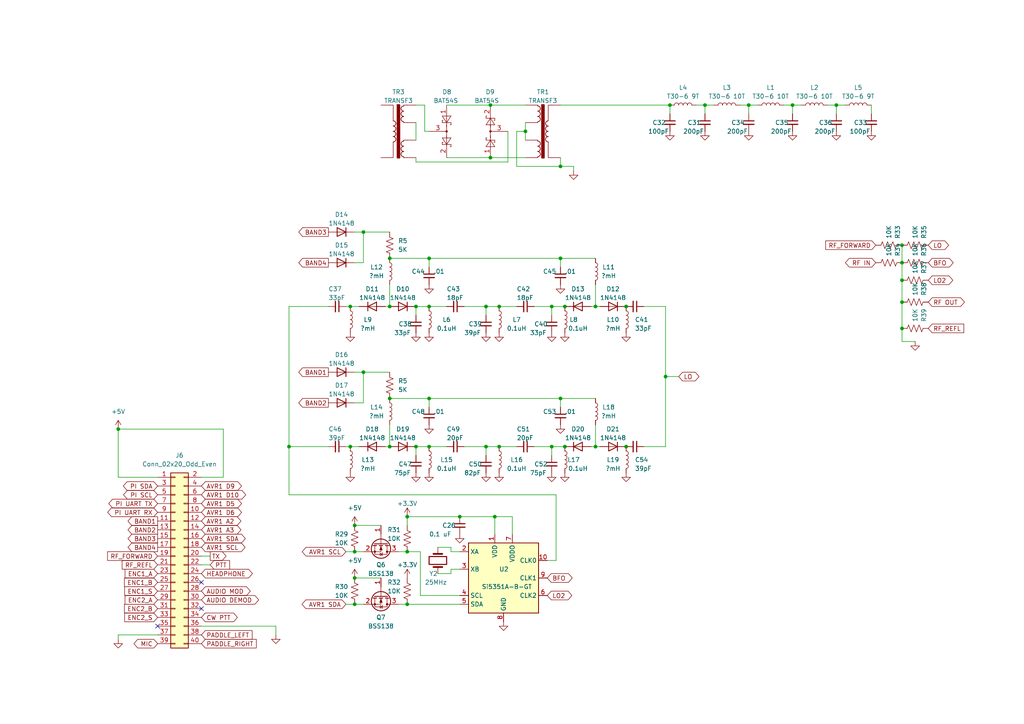
<source format=kicad_sch>
(kicad_sch (version 20230121) (generator eeschema)
  (paper "A4")
  (junction (at 102.87 152.4))
  (junction (at 105.41 107.95))
  (junction (at 102.87 167.64))
  (junction (at 101.6 88.9))
  (junction (at 120.65 129.54))
  (junction (at 120.65 88.9))
  (junction (at 118.11 175.26))
  (junction (at 118.11 149.86))
  (junction (at 163.83 129.54))
  (junction (at 261.62 87.63))
  (junction (at 133.35 149.86))
  (junction (at 124.46 74.93))
  (junction (at 261.62 95.25))
  (junction (at 152.4 38.1))
  (junction (at 105.41 67.31))
  (junction (at 261.62 76.2))
  (junction (at 142.24 30.48))
  (junction (at 229.87 30.48))
  (junction (at 172.72 88.9))
  (junction (at 163.83 88.9))
  (junction (at 261.62 81.28))
  (junction (at 113.03 115.57))
  (junction (at 193.04 109.22))
  (junction (at 204.47 30.48))
  (junction (at 181.61 88.9))
  (junction (at 242.57 30.48))
  (junction (at 143.51 149.86))
  (junction (at 113.03 88.9))
  (junction (at 124.46 115.57))
  (junction (at 144.78 88.9))
  (junction (at 118.11 160.02))
  (junction (at 144.78 129.54))
  (junction (at 83.82 129.54))
  (junction (at 217.17 30.48))
  (junction (at 162.56 74.93))
  (junction (at 102.87 160.02))
  (junction (at 140.97 88.9))
  (junction (at 113.03 129.54))
  (junction (at 162.56 115.57))
  (junction (at 162.56 48.26))
  (junction (at 194.31 30.48))
  (junction (at 142.24 45.72))
  (junction (at 160.02 129.54))
  (junction (at 124.46 88.9))
  (junction (at 160.02 88.9))
  (junction (at 124.46 129.54))
  (junction (at 102.87 175.26))
  (junction (at 140.97 129.54))
  (junction (at 34.29 124.46))
  (junction (at 101.6 129.54))
  (junction (at 172.72 129.54))
  (junction (at 181.61 129.54))
  (junction (at 113.03 74.93))
  (junction (at 261.62 71.12))
  (no_connect (at 58.42 176.53))
  (no_connect (at 58.42 168.91))
  (no_connect (at 45.72 181.61))
  (wire (pts (xy 160.02 129.54) (xy 160.02 132.08)))
  (wire (pts (xy 240.03 30.48) (xy 242.57 30.48)))
  (wire (pts (xy 118.11 160.02) (xy 121.92 160.02)))
  (wire (pts (xy 204.47 30.48) (xy 207.01 30.48)))
  (wire (pts (xy 83.82 129.54) (xy 83.82 143.51)))
  (wire (pts (xy 144.78 129.54) (xy 149.86 129.54)))
  (wire (pts (xy 120.65 88.9) (xy 120.65 91.44)))
  (wire (pts (xy 129.54 45.72) (xy 142.24 45.72)))
  (wire (pts (xy 120.65 30.48) (xy 123.19 30.48)))
  (wire (pts (xy 64.77 138.43) (xy 58.42 138.43)))
  (wire (pts (xy 118.11 149.86) (xy 133.35 149.86)))
  (wire (pts (xy 127 166.37) (xy 130.81 166.37)))
  (wire (pts (xy 101.6 129.54) (xy 104.14 129.54)))
  (wire (pts (xy 172.72 129.54) (xy 173.99 129.54)))
  (wire (pts (xy 102.87 67.31) (xy 105.41 67.31)))
  (wire (pts (xy 34.29 138.43) (xy 45.72 138.43)))
  (wire (pts (xy 124.46 129.54) (xy 129.54 129.54)))
  (wire (pts (xy 172.72 82.55) (xy 172.72 88.9)))
  (wire (pts (xy 160.02 88.9) (xy 163.83 88.9)))
  (wire (pts (xy 152.4 38.1) (xy 152.4 40.64)))
  (wire (pts (xy 118.11 175.26) (xy 133.35 175.26)))
  (wire (pts (xy 115.57 175.26) (xy 118.11 175.26)))
  (wire (pts (xy 261.62 71.12) (xy 261.62 76.2)))
  (wire (pts (xy 134.62 88.9) (xy 140.97 88.9)))
  (wire (pts (xy 124.46 74.93) (xy 162.56 74.93)))
  (wire (pts (xy 129.54 30.48) (xy 142.24 30.48)))
  (wire (pts (xy 101.6 88.9) (xy 104.14 88.9)))
  (wire (pts (xy 105.41 67.31) (xy 105.41 76.2)))
  (wire (pts (xy 102.87 76.2) (xy 105.41 76.2)))
  (wire (pts (xy 102.87 175.26) (xy 105.41 175.26)))
  (wire (pts (xy 140.97 129.54) (xy 140.97 132.08)))
  (wire (pts (xy 123.19 38.1) (xy 124.46 38.1)))
  (wire (pts (xy 123.19 30.48) (xy 123.19 38.1)))
  (wire (pts (xy 162.56 30.48) (xy 194.31 30.48)))
  (wire (pts (xy 102.87 167.64) (xy 110.49 167.64)))
  (wire (pts (xy 162.56 74.93) (xy 162.56 77.47)))
  (wire (pts (xy 166.37 48.26) (xy 166.37 49.53)))
  (wire (pts (xy 124.46 115.57) (xy 124.46 118.11)))
  (wire (pts (xy 102.87 107.95) (xy 105.41 107.95)))
  (wire (pts (xy 143.51 149.86) (xy 148.59 149.86)))
  (wire (pts (xy 124.46 88.9) (xy 129.54 88.9)))
  (wire (pts (xy 214.63 30.48) (xy 217.17 30.48)))
  (wire (pts (xy 130.81 165.1) (xy 133.35 165.1)))
  (wire (pts (xy 83.82 143.51) (xy 161.29 143.51)))
  (wire (pts (xy 217.17 30.48) (xy 217.17 33.02)))
  (wire (pts (xy 261.62 81.28) (xy 261.62 87.63)))
  (wire (pts (xy 130.81 158.75) (xy 130.81 160.02)))
  (wire (pts (xy 58.42 163.83) (xy 60.96 163.83)))
  (wire (pts (xy 261.62 87.63) (xy 261.62 95.25)))
  (wire (pts (xy 134.62 129.54) (xy 140.97 129.54)))
  (wire (pts (xy 242.57 30.48) (xy 242.57 33.02)))
  (wire (pts (xy 152.4 35.56) (xy 152.4 38.1)))
  (wire (pts (xy 124.46 115.57) (xy 162.56 115.57)))
  (wire (pts (xy 147.32 46.99) (xy 120.65 46.99)))
  (wire (pts (xy 140.97 88.9) (xy 140.97 91.44)))
  (wire (pts (xy 83.82 88.9) (xy 83.82 129.54)))
  (wire (pts (xy 217.17 30.48) (xy 219.71 30.48)))
  (wire (pts (xy 171.45 88.9) (xy 172.72 88.9)))
  (wire (pts (xy 60.96 161.29) (xy 58.42 161.29)))
  (wire (pts (xy 45.72 184.15) (xy 34.29 184.15)))
  (wire (pts (xy 130.81 160.02) (xy 133.35 160.02)))
  (wire (pts (xy 162.56 115.57) (xy 162.56 118.11)))
  (wire (pts (xy 140.97 129.54) (xy 144.78 129.54)))
  (wire (pts (xy 186.69 88.9) (xy 193.04 88.9)))
  (wire (pts (xy 204.47 30.48) (xy 204.47 33.02)))
  (wire (pts (xy 34.29 184.15) (xy 34.29 185.42)))
  (wire (pts (xy 193.04 129.54) (xy 186.69 129.54)))
  (wire (pts (xy 34.29 138.43) (xy 34.29 124.46)))
  (wire (pts (xy 100.33 88.9) (xy 101.6 88.9)))
  (wire (pts (xy 261.62 99.06) (xy 265.43 99.06)))
  (wire (pts (xy 111.76 129.54) (xy 113.03 129.54)))
  (wire (pts (xy 34.29 124.46) (xy 64.77 124.46)))
  (wire (pts (xy 194.31 30.48) (xy 194.31 33.02)))
  (wire (pts (xy 149.86 48.26) (xy 162.56 48.26)))
  (wire (pts (xy 105.41 107.95) (xy 113.03 107.95)))
  (wire (pts (xy 162.56 48.26) (xy 166.37 48.26)))
  (wire (pts (xy 142.24 45.72) (xy 152.4 45.72)))
  (wire (pts (xy 261.62 76.2) (xy 261.62 81.28)))
  (wire (pts (xy 143.51 149.86) (xy 143.51 154.94)))
  (wire (pts (xy 124.46 74.93) (xy 124.46 77.47)))
  (wire (pts (xy 149.86 38.1) (xy 149.86 48.26)))
  (wire (pts (xy 154.94 129.54) (xy 160.02 129.54)))
  (wire (pts (xy 261.62 95.25) (xy 261.62 99.06)))
  (wire (pts (xy 105.41 107.95) (xy 105.41 116.84)))
  (wire (pts (xy 171.45 129.54) (xy 172.72 129.54)))
  (wire (pts (xy 147.32 38.1) (xy 147.32 46.99)))
  (wire (pts (xy 142.24 30.48) (xy 152.4 30.48)))
  (wire (pts (xy 162.56 115.57) (xy 172.72 115.57)))
  (wire (pts (xy 229.87 30.48) (xy 229.87 33.02)))
  (wire (pts (xy 149.86 38.1) (xy 152.4 38.1)))
  (wire (pts (xy 120.65 35.56) (xy 120.65 40.64)))
  (wire (pts (xy 113.03 115.57) (xy 124.46 115.57)))
  (wire (pts (xy 172.72 88.9) (xy 173.99 88.9)))
  (wire (pts (xy 113.03 82.55) (xy 113.03 88.9)))
  (wire (pts (xy 121.92 160.02) (xy 121.92 172.72)))
  (wire (pts (xy 113.03 74.93) (xy 124.46 74.93)))
  (wire (pts (xy 102.87 160.02) (xy 105.41 160.02)))
  (wire (pts (xy 95.25 88.9) (xy 83.82 88.9)))
  (wire (pts (xy 172.72 123.19) (xy 172.72 129.54)))
  (wire (pts (xy 130.81 166.37) (xy 130.81 165.1)))
  (wire (pts (xy 100.33 160.02) (xy 102.87 160.02)))
  (wire (pts (xy 102.87 116.84) (xy 105.41 116.84)))
  (wire (pts (xy 111.76 88.9) (xy 113.03 88.9)))
  (wire (pts (xy 154.94 88.9) (xy 160.02 88.9)))
  (wire (pts (xy 64.77 124.46) (xy 64.77 138.43)))
  (wire (pts (xy 120.65 129.54) (xy 124.46 129.54)))
  (wire (pts (xy 193.04 109.22) (xy 193.04 129.54)))
  (wire (pts (xy 160.02 129.54) (xy 163.83 129.54)))
  (wire (pts (xy 148.59 149.86) (xy 148.59 154.94)))
  (wire (pts (xy 229.87 30.48) (xy 232.41 30.48)))
  (wire (pts (xy 193.04 88.9) (xy 193.04 109.22)))
  (wire (pts (xy 127 158.75) (xy 130.81 158.75)))
  (wire (pts (xy 162.56 45.72) (xy 162.56 48.26)))
  (wire (pts (xy 105.41 67.31) (xy 113.03 67.31)))
  (wire (pts (xy 133.35 149.86) (xy 143.51 149.86)))
  (wire (pts (xy 140.97 88.9) (xy 144.78 88.9)))
  (wire (pts (xy 115.57 160.02) (xy 118.11 160.02)))
  (wire (pts (xy 120.65 129.54) (xy 120.65 132.08)))
  (wire (pts (xy 83.82 129.54) (xy 95.25 129.54)))
  (wire (pts (xy 120.65 46.99) (xy 120.65 45.72)))
  (wire (pts (xy 58.42 181.61) (xy 80.01 181.61)))
  (wire (pts (xy 227.33 30.48) (xy 229.87 30.48)))
  (wire (pts (xy 80.01 181.61) (xy 80.01 184.15)))
  (wire (pts (xy 252.73 30.48) (xy 252.73 33.02)))
  (wire (pts (xy 118.11 149.86) (xy 118.11 152.4)))
  (wire (pts (xy 162.56 74.93) (xy 172.72 74.93)))
  (wire (pts (xy 201.93 30.48) (xy 204.47 30.48)))
  (wire (pts (xy 120.65 88.9) (xy 124.46 88.9)))
  (wire (pts (xy 121.92 172.72) (xy 133.35 172.72)))
  (wire (pts (xy 161.29 162.56) (xy 158.75 162.56)))
  (wire (pts (xy 161.29 143.51) (xy 161.29 162.56)))
  (wire (pts (xy 193.04 109.22) (xy 196.85 109.22)))
  (wire (pts (xy 113.03 123.19) (xy 113.03 129.54)))
  (wire (pts (xy 100.33 175.26) (xy 102.87 175.26)))
  (wire (pts (xy 100.33 129.54) (xy 101.6 129.54)))
  (wire (pts (xy 144.78 88.9) (xy 149.86 88.9)))
  (wire (pts (xy 160.02 88.9) (xy 160.02 91.44)))
  (wire (pts (xy 102.87 152.4) (xy 110.49 152.4)))
  (wire (pts (xy 242.57 30.48) (xy 245.11 30.48)))
  (global_label "BAND2" (shape output) (at 45.72 153.67 180) (property "Intersheetrefs" "${INTERSHEET_REFS}" (effects hide)))
  (global_label "MIC" (shape bidirectional) (at 45.72 186.69 180) (property "Intersheetrefs" "${INTERSHEET_REFS}" (effects hide)))
  (global_label "BAND4" (shape output) (at 95.25 76.2 180) (property "Intersheetrefs" "${INTERSHEET_REFS}" (effects hide)))
  (global_label "BAND2" (shape output) (at 95.25 116.84 180) (property "Intersheetrefs" "${INTERSHEET_REFS}" (effects hide)))
  (global_label "RF_REFL" (shape input) (at 269.24 95.25 0) (property "Intersheetrefs" "${INTERSHEET_REFS}" (effects hide)))
  (global_label "PI UART TX" (shape bidirectional) (at 45.72 146.05 180) (property "Intersheetrefs" "${INTERSHEET_REFS}" (effects hide)))
  (global_label "AVR1 D5" (shape bidirectional) (at 58.42 146.05 0) (property "Intersheetrefs" "${INTERSHEET_REFS}" (effects hide)))
  (global_label "BFO" (shape bidirectional) (at 269.24 76.2 0) (property "Intersheetrefs" "${INTERSHEET_REFS}" (effects hide)))
  (global_label "ENC1_S" (shape input) (at 45.72 171.45 180) (property "Intersheetrefs" "${INTERSHEET_REFS}" (effects hide)))
  (global_label "LO2" (shape bidirectional) (at 158.75 172.72 0) (property "Intersheetrefs" "${INTERSHEET_REFS}" (effects hide)))
  (global_label "AVR1 SDA" (shape bidirectional) (at 100.33 175.26 180) (property "Intersheetrefs" "${INTERSHEET_REFS}" (effects hide)))
  (global_label "LO" (shape bidirectional) (at 269.24 71.12 0) (property "Intersheetrefs" "${INTERSHEET_REFS}" (effects hide)))
  (global_label "AUDIO MOD" (shape bidirectional) (at 58.42 171.45 0) (property "Intersheetrefs" "${INTERSHEET_REFS}" (effects hide)))
  (global_label "RF_FORWARD" (shape input) (at 254 71.12 180) (property "Intersheetrefs" "${INTERSHEET_REFS}" (effects hide)))
  (global_label "AVR1 SCL" (shape bidirectional) (at 58.42 158.75 0) (property "Intersheetrefs" "${INTERSHEET_REFS}" (effects hide)))
  (global_label "BAND3" (shape output) (at 95.25 67.31 180) (property "Intersheetrefs" "${INTERSHEET_REFS}" (effects hide)))
  (global_label "BAND4" (shape output) (at 45.72 158.75 180) (property "Intersheetrefs" "${INTERSHEET_REFS}" (effects hide)))
  (global_label "PI UART RX" (shape bidirectional) (at 45.72 148.59 180) (property "Intersheetrefs" "${INTERSHEET_REFS}" (effects hide)))
  (global_label "PTT" (shape input) (at 60.96 163.83 0) (property "Intersheetrefs" "${INTERSHEET_REFS}" (effects hide)))
  (global_label "AVR1 A3" (shape bidirectional) (at 58.42 153.67 0) (property "Intersheetrefs" "${INTERSHEET_REFS}" (effects hide)))
  (global_label "PADDLE_LEFT" (shape input) (at 58.42 184.15 0) (property "Intersheetrefs" "${INTERSHEET_REFS}" (effects hide)))
  (global_label "TX" (shape output) (at 60.96 161.29 0) (property "Intersheetrefs" "${INTERSHEET_REFS}" (effects hide)))
  (global_label "ENC1_B" (shape input) (at 45.72 168.91 180) (property "Intersheetrefs" "${INTERSHEET_REFS}" (effects hide)))
  (global_label "RF OUT" (shape bidirectional) (at 269.24 87.63 0) (property "Intersheetrefs" "${INTERSHEET_REFS}" (effects hide)))
  (global_label "PI SDA" (shape bidirectional) (at 45.72 140.97 180) (property "Intersheetrefs" "${INTERSHEET_REFS}" (effects hide)))
  (global_label "BAND3" (shape output) (at 45.72 156.21 180) (property "Intersheetrefs" "${INTERSHEET_REFS}" (effects hide)))
  (global_label "BAND1" (shape output) (at 45.72 151.13 180) (property "Intersheetrefs" "${INTERSHEET_REFS}" (effects hide)))
  (global_label "PI SCL" (shape bidirectional) (at 45.72 143.51 180) (property "Intersheetrefs" "${INTERSHEET_REFS}" (effects hide)))
  (global_label "ENC2_S" (shape input) (at 45.72 179.07 180) (property "Intersheetrefs" "${INTERSHEET_REFS}" (effects hide)))
  (global_label "LO2" (shape bidirectional) (at 269.24 81.28 0) (property "Intersheetrefs" "${INTERSHEET_REFS}" (effects hide)))
  (global_label "AVR1 SDA" (shape bidirectional) (at 58.42 156.21 0) (property "Intersheetrefs" "${INTERSHEET_REFS}" (effects hide)))
  (global_label "CW PTT" (shape bidirectional) (at 58.42 179.07 0) (property "Intersheetrefs" "${INTERSHEET_REFS}" (effects hide)))
  (global_label "BFO" (shape bidirectional) (at 158.75 167.64 0) (property "Intersheetrefs" "${INTERSHEET_REFS}" (effects hide)))
  (global_label "ENC2_A" (shape input) (at 45.72 173.99 180) (property "Intersheetrefs" "${INTERSHEET_REFS}" (effects hide)))
  (global_label "ENC1_A" (shape input) (at 45.72 166.37 180) (property "Intersheetrefs" "${INTERSHEET_REFS}" (effects hide)))
  (global_label "AVR1 D10" (shape bidirectional) (at 58.42 143.51 0) (property "Intersheetrefs" "${INTERSHEET_REFS}" (effects hide)))
  (global_label "RF IN" (shape bidirectional) (at 254 76.2 180) (property "Intersheetrefs" "${INTERSHEET_REFS}" (effects hide)))
  (global_label "LO" (shape bidirectional) (at 196.85 109.22 0) (property "Intersheetrefs" "${INTERSHEET_REFS}" (effects hide)))
  (global_label "PADDLE_RIGHT" (shape input) (at 58.42 186.69 0) (property "Intersheetrefs" "${INTERSHEET_REFS}" (effects hide)))
  (global_label "HEADPHONE" (shape bidirectional) (at 58.42 166.37 0) (property "Intersheetrefs" "${INTERSHEET_REFS}" (effects hide)))
  (global_label "AVR1 D6" (shape bidirectional) (at 58.42 148.59 0) (property "Intersheetrefs" "${INTERSHEET_REFS}" (effects hide)))
  (global_label "AUDIO DEMOD" (shape bidirectional) (at 58.42 173.99 0) (property "Intersheetrefs" "${INTERSHEET_REFS}" (effects hide)))
  (global_label "AVR1 D9" (shape bidirectional) (at 58.42 140.97 0) (property "Intersheetrefs" "${INTERSHEET_REFS}" (effects hide)))
  (global_label "AVR1 A2" (shape bidirectional) (at 58.42 151.13 0) (property "Intersheetrefs" "${INTERSHEET_REFS}" (effects hide)))
  (global_label "RF_REFL" (shape input) (at 45.72 163.83 180) (property "Intersheetrefs" "${INTERSHEET_REFS}" (effects hide)))
  (global_label "ENC2_B" (shape input) (at 45.72 176.53 180) (property "Intersheetrefs" "${INTERSHEET_REFS}" (effects hide)))
  (global_label "RF_FORWARD" (shape input) (at 45.72 161.29 180) (property "Intersheetrefs" "${INTERSHEET_REFS}" (effects hide)))
  (global_label "BAND1" (shape output) (at 95.25 107.95 180) (property "Intersheetrefs" "${INTERSHEET_REFS}" (effects hide)))
  (global_label "AVR1 SCL" (shape bidirectional) (at 100.33 160.02 180) (property "Intersheetrefs" "${INTERSHEET_REFS}" (effects hide)))
  (symbol (lib_id "Device:C_Small") (at 229.87 35.56 0) (unit 1)
    (property "Reference" "C35" (at 224.79 35.56 0) (effects (justify left)))
    (property "Value" "200pF" (at 223.52 38.1 0) (effects (justify left)))
    (property "Footprint" "Capacitor_THT:C_Disc_D4.7mm_W2.5mm_P5.00mm" (effects hide))
    (instances (project "acorn" (path "" (reference "C35") (unit 1)) (path "" (reference "C28") (unit 1))))
  )
  (symbol (lib_id "Diode:1N4148") (at 116.84 129.54 0) (mirror y) (unit 1)
    (property "Reference" "D19" (at 116.84 124.46 0))
    (property "Value" "1N4148" (at 116.84 127 0))
    (property "Footprint" "Diode_THT:D_DO-35_SOD27_P7.62mm_Horizontal" (effects hide))
    (property "Datasheet" "https://assets.nexperia.com/documents/data-sheet/1N4148_1N4448.pdf" (effects hide))
    (property "Sim.Device" "D" (effects hide))
    (property "Sim.Pins" "1=K 2=A" (effects hide))
  )
  (symbol (lib_id "power:GND") (at 252.73 38.1 0) (unit 1)
    (property "Reference" "#GND060" (effects hide))
    (property "Value" "GND" (effects hide))
    (instances (project "acorn" (path "" (reference "#GND060") (unit 1)) (path "" (reference "#GND055") (unit 1))))
  )
  (symbol (lib_id "power:GND") (at 124.46 123.19 0) (unit 1)
    (property "Reference" "#GND077" (effects hide))
    (property "Value" "GND" (effects hide))
    (instances (project "acorn" (path "" (reference "#GND077") (unit 1)) (path "" (reference "#GND055") (unit 1))))
  )
  (symbol (lib_id "Device:C_Small") (at 217.17 35.56 0) (unit 1)
    (property "Reference" "C34" (at 212.09 35.56 0) (effects (justify left)))
    (property "Value" "200pF" (at 210.82 38.1 0) (effects (justify left)))
    (property "Footprint" "Capacitor_THT:C_Disc_D4.7mm_W2.5mm_P5.00mm" (effects hide))
    (instances (project "acorn" (path "" (reference "C34") (unit 1)) (path "" (reference "C28") (unit 1))))
  )
  (symbol (lib_id "power:GND") (at 265.43 99.06 0) (unit 1)
    (property "Reference" "#GND053" (effects hide))
    (property "Value" "GND" (effects hide))
  )
  (symbol (lib_id "Device:R_US") (at 265.43 81.28 90) (unit 1)
    (property "Reference" "R37" (at 267.97 77.47 0))
    (property "Value" "10K" (at 265.43 77.47 0))
    (property "Footprint" "Resistor_THT:R_Axial_DIN0204_L3.6mm_D1.6mm_P5.08mm_Vertical" (effects hide))
  )
  (symbol (lib_id "Device:Crystal") (at 127 162.56 270) (unit 1)
    (property "Reference" "Y2" (at 124.46 166.37 90) (effects (justify left)))
    (property "Value" "25MHz" (at 123.19 168.91 90) (effects (justify left)))
    (property "Footprint" "Crystal:Crystal_HC18-U_Vertical" (effects hide))
  )
  (symbol (lib_id "Device:L") (at 113.03 119.38 0) (mirror x) (unit 1)
    (property "Reference" "L14" (at 109.22 118.11 0))
    (property "Value" "?mH" (at 109.22 120.65 0))
    (instances (project "acorn" (path "" (reference "L14") (unit 1)) (path "" (reference "T1") (unit 1))))
  )
  (symbol (lib_id "Diode:1N4148") (at 167.64 129.54 0) (unit 1)
    (property "Reference" "D20" (at 167.64 124.46 0))
    (property "Value" "1N4148" (at 167.64 127 0))
    (property "Footprint" "Diode_THT:D_DO-35_SOD27_P7.62mm_Horizontal" (effects hide))
    (property "Datasheet" "https://assets.nexperia.com/documents/data-sheet/1N4148_1N4448.pdf" (effects hide))
    (property "Sim.Device" "D" (effects hide))
    (property "Sim.Pins" "1=K 2=A" (effects hide))
  )
  (symbol (lib_id "Device:R_US") (at 113.03 71.12 0) (unit 1)
    (property "Reference" "R5" (at 116.84 69.85 0))
    (property "Value" "5K" (at 116.84 72.39 0))
    (property "Footprint" "Resistor_THT:R_Axial_DIN0204_L3.6mm_D1.6mm_P5.08mm_Vertical" (effects hide))
    (instances (project "acorn" (path "" (reference "R5") (unit 1)) (path "" (reference "R42") (unit 1))))
  )
  (symbol (lib_id "Device:L") (at 223.52 30.48 270) (mirror x) (unit 1)
    (property "Reference" "L1" (at 223.52 25.4 90))
    (property "Value" "T30-6 10T" (at 223.52 27.94 90))
    (instances (project "acorn" (path "" (reference "L1") (unit 1)) (path "" (reference "T1") (unit 1))))
  )
  (symbol (lib_id "Device:C_Small") (at 242.57 35.56 0) (unit 1)
    (property "Reference" "C36" (at 237.49 35.56 0) (effects (justify left)))
    (property "Value" "200pF" (at 236.22 38.1 0) (effects (justify left)))
    (property "Footprint" "Capacitor_THT:C_Disc_D4.7mm_W2.5mm_P5.00mm" (effects hide))
    (instances (project "acorn" (path "" (reference "C36") (unit 1)) (path "" (reference "C28") (unit 1))))
  )
  (symbol (lib_id "Device:L") (at 248.92 30.48 270) (mirror x) (unit 1)
    (property "Reference" "L5" (at 248.92 25.4 90))
    (property "Value" "T30-6 9T" (at 248.92 27.94 90))
    (instances (project "acorn" (path "" (reference "L5") (unit 1)) (path "" (reference "T1") (unit 1))))
  )
  (symbol (lib_id "power:+5V") (at 102.87 167.64 0) (unit 1)
    (property "Reference" "#PWR012" (effects hide))
    (property "Value" "+5V" (at 102.87 162.56 0))
  )
  (symbol (lib_id "power:GND") (at 160.02 96.52 0) (unit 1)
    (property "Reference" "#GND070" (effects hide))
    (property "Value" "GND" (effects hide))
    (instances (project "acorn" (path "" (reference "#GND070") (unit 1)) (path "" (reference "#GND055") (unit 1))))
  )
  (symbol (lib_id "Device:C_Small") (at 162.56 120.65 0) (unit 1)
    (property "Reference" "C53" (at 157.48 119.38 0) (effects (justify left)))
    (property "Value" ".01" (at 163.83 119.38 0) (effects (justify left)))
    (property "Footprint" "Capacitor_THT:C_Disc_D4.7mm_W2.5mm_P5.00mm" (effects hide))
    (instances (project "acorn" (path "" (reference "C53") (unit 1)) (path "" (reference "C28") (unit 1))))
  )
  (symbol (lib_id "power:GND") (at 181.61 96.52 0) (unit 1)
    (property "Reference" "#GND072" (effects hide))
    (property "Value" "GND" (effects hide))
    (instances (project "acorn" (path "" (reference "#GND072") (unit 1)) (path "" (reference "#GND055") (unit 1))))
  )
  (symbol (lib_id "Device:L") (at 181.61 92.71 0) (mirror x) (unit 1)
    (property "Reference" "L10" (at 177.8 92.71 0))
    (property "Value" "?mH" (at 177.8 95.25 0))
    (instances (project "acorn" (path "" (reference "L10") (unit 1)) (path "" (reference "T1") (unit 1))))
  )
  (symbol (lib_id "Device:L") (at 101.6 92.71 0) (mirror x) (unit 1)
    (property "Reference" "L9" (at 106.68 92.71 0))
    (property "Value" "?mH" (at 106.68 95.25 0))
    (instances (project "acorn" (path "" (reference "L9") (unit 1)) (path "" (reference "T1") (unit 1))))
  )
  (symbol (lib_id "power:GND") (at 140.97 137.16 0) (unit 1)
    (property "Reference" "#GND079" (effects hide))
    (property "Value" "GND" (effects hide))
    (instances (project "acorn" (path "" (reference "#GND079") (unit 1)) (path "" (reference "#GND055") (unit 1))))
  )
  (symbol (lib_id "power:GND") (at 124.46 82.55 0) (unit 1)
    (property "Reference" "#GND073" (effects hide))
    (property "Value" "GND" (effects hide))
    (instances (project "acorn" (path "" (reference "#GND073") (unit 1)) (path "" (reference "#GND055") (unit 1))))
  )
  (symbol (lib_id "power:GND") (at 162.56 82.55 0) (unit 1)
    (property "Reference" "#GND074" (effects hide))
    (property "Value" "GND" (effects hide))
    (instances (project "acorn" (path "" (reference "#GND074") (unit 1)) (path "" (reference "#GND055") (unit 1))))
  )
  (symbol (lib_id "Device:C_Small") (at 252.73 35.56 0) (unit 1)
    (property "Reference" "C33" (at 247.65 35.56 0) (effects (justify left)))
    (property "Value" "100pF" (at 246.38 38.1 0) (effects (justify left)))
    (property "Footprint" "Capacitor_THT:C_Disc_D4.7mm_W2.5mm_P5.00mm" (effects hide))
    (instances (project "acorn" (path "" (reference "C33") (unit 1)) (path "" (reference "C28") (unit 1))))
  )
  (symbol (lib_id "Device:C_Small") (at 97.79 88.9 270) (unit 1)
    (property "Reference" "C37" (at 95.25 83.82 90) (effects (justify left)))
    (property "Value" "33pF" (at 95.25 86.36 90) (effects (justify left)))
    (property "Footprint" "Capacitor_THT:C_Disc_D4.7mm_W2.5mm_P5.00mm" (effects hide))
    (instances (project "acorn" (path "" (reference "C37") (unit 1)) (path "" (reference "C28") (unit 1))))
  )
  (symbol (lib_id "Device:L") (at 163.83 92.71 0) (mirror x) (unit 1)
    (property "Reference" "L8" (at 166.37 92.71 0))
    (property "Value" "0.1uH" (at 167.64 95.25 0))
    (instances (project "acorn" (path "" (reference "L8") (unit 1)) (path "" (reference "T1") (unit 1))))
  )
  (symbol (lib_id "Device:C_Small") (at 132.08 129.54 270) (unit 1)
    (property "Reference" "C49" (at 129.54 124.46 90) (effects (justify left)))
    (property "Value" "20pF" (at 129.54 127 90) (effects (justify left)))
    (property "Footprint" "Capacitor_THT:C_Disc_D4.7mm_W2.5mm_P5.00mm" (effects hide))
    (instances (project "acorn" (path "" (reference "C49") (unit 1)) (path "" (reference "C28") (unit 1))))
  )
  (symbol (lib_id "power:GND") (at 181.61 137.16 0) (unit 1)
    (property "Reference" "#GND084" (effects hide))
    (property "Value" "GND" (effects hide))
    (instances (project "acorn" (path "" (reference "#GND084") (unit 1)) (path "" (reference "#GND055") (unit 1))))
  )
  (symbol (lib_id "Device:C_Small") (at 132.08 88.9 270) (unit 1)
    (property "Reference" "C43" (at 129.54 83.82 90) (effects (justify left)))
    (property "Value" "18pF" (at 129.54 86.36 90) (effects (justify left)))
    (property "Footprint" "Capacitor_THT:C_Disc_D4.7mm_W2.5mm_P5.00mm" (effects hide))
    (instances (project "acorn" (path "" (reference "C43") (unit 1)) (path "" (reference "C28") (unit 1))))
  )
  (symbol (lib_id "Device:C_Small") (at 133.35 152.4 0) (unit 1)
    (property "Reference" "C26" (at 128.27 152.4 0) (effects (justify left)))
    (property "Value" "0.1 uF" (at 124.46 154.94 0) (effects (justify left)))
    (property "Footprint" "Capacitor_THT:C_Disc_D4.7mm_W2.5mm_P5.00mm" (effects hide))
  )
  (symbol (lib_id "Device:L") (at 124.46 133.35 0) (mirror x) (unit 1)
    (property "Reference" "L15" (at 129.54 133.35 0))
    (property "Value" "0.1uH" (at 129.54 135.89 0))
    (instances (project "acorn" (path "" (reference "L15") (unit 1)) (path "" (reference "T1") (unit 1))))
  )
  (symbol (lib_id "Device:C_Small") (at 120.65 93.98 0) (unit 1)
    (property "Reference" "C38" (at 115.57 93.98 0) (effects (justify left)))
    (property "Value" "33pF" (at 114.3 96.52 0) (effects (justify left)))
    (property "Footprint" "Capacitor_THT:C_Disc_D4.7mm_W2.5mm_P5.00mm" (effects hide))
    (instances (project "acorn" (path "" (reference "C38") (unit 1)) (path "" (reference "C28") (unit 1))))
  )
  (symbol (lib_id "power:GND") (at 204.47 38.1 0) (unit 1)
    (property "Reference" "#GND058" (effects hide))
    (property "Value" "GND" (effects hide))
    (instances (project "acorn" (path "" (reference "#GND058") (unit 1)) (path "" (reference "#GND055") (unit 1))))
  )
  (symbol (lib_id "power:GND") (at 146.05 180.34 0) (unit 1)
    (property "Reference" "#GND052" (effects hide))
    (property "Value" "GND" (effects hide))
  )
  (symbol (lib_id "Device:C_Small") (at 140.97 93.98 0) (unit 1)
    (property "Reference" "C39" (at 135.89 93.98 0) (effects (justify left)))
    (property "Value" "39pF" (at 134.62 96.52 0) (effects (justify left)))
    (property "Footprint" "Capacitor_THT:C_Disc_D4.7mm_W2.5mm_P5.00mm" (effects hide))
    (instances (project "acorn" (path "" (reference "C39") (unit 1)) (path "" (reference "C28") (unit 1))))
  )
  (symbol (lib_id "Device:C_Small") (at 160.02 134.62 0) (unit 1)
    (property "Reference" "C52" (at 154.94 134.62 0) (effects (justify left)))
    (property "Value" "75pF" (at 153.67 137.16 0) (effects (justify left)))
    (property "Footprint" "Capacitor_THT:C_Disc_D4.7mm_W2.5mm_P5.00mm" (effects hide))
    (instances (project "acorn" (path "" (reference "C52") (unit 1)) (path "" (reference "C28") (unit 1))))
  )
  (symbol (lib_id "Transformer:TRANSF3") (at 115.57 38.1 0) (unit 1)
    (property "Reference" "TR3" (at 115.57 26.67 0))
    (property "Value" "TRANSF3" (at 115.57 29.21 0))
  )
  (symbol (lib_id "Diode:1N4148") (at 99.06 116.84 0) (mirror y) (unit 1)
    (property "Reference" "D17" (at 99.06 111.76 0))
    (property "Value" "1N4148" (at 99.06 114.3 0))
    (property "Footprint" "Diode_THT:D_DO-35_SOD27_P7.62mm_Horizontal" (effects hide))
    (property "Datasheet" "https://assets.nexperia.com/documents/data-sheet/1N4148_1N4448.pdf" (effects hide))
    (property "Sim.Device" "D" (effects hide))
    (property "Sim.Pins" "1=K 2=A" (effects hide))
  )
  (symbol (lib_id "Diode:1N4148") (at 107.95 129.54 0) (unit 1)
    (property "Reference" "D18" (at 107.95 124.46 0))
    (property "Value" "1N4148" (at 107.95 127 0))
    (property "Footprint" "Diode_THT:D_DO-35_SOD27_P7.62mm_Horizontal" (effects hide))
    (property "Datasheet" "https://assets.nexperia.com/documents/data-sheet/1N4148_1N4448.pdf" (effects hide))
    (property "Sim.Device" "D" (effects hide))
    (property "Sim.Pins" "1=K 2=A" (effects hide))
  )
  (symbol (lib_id "power:GND") (at 162.56 123.19 0) (unit 1)
    (property "Reference" "#GND082" (effects hide))
    (property "Value" "GND" (effects hide))
    (instances (project "acorn" (path "" (reference "#GND082") (unit 1)) (path "" (reference "#GND055") (unit 1))))
  )
  (symbol (lib_id "power:GND") (at 163.83 96.52 0) (unit 1)
    (property "Reference" "#GND071" (effects hide))
    (property "Value" "GND" (effects hide))
    (instances (project "acorn" (path "" (reference "#GND071") (unit 1)) (path "" (reference "#GND055") (unit 1))))
  )
  (symbol (lib_id "power:GND") (at 34.29 185.42 0) (mirror y) (unit 1)
    (property "Reference" "#GND049" (effects hide))
    (property "Value" "GND" (effects hide))
  )
  (symbol (lib_id "power:GND") (at 124.46 137.16 0) (unit 1)
    (property "Reference" "#GND078" (effects hide))
    (property "Value" "GND" (effects hide))
    (instances (project "acorn" (path "" (reference "#GND078") (unit 1)) (path "" (reference "#GND055") (unit 1))))
  )
  (symbol (lib_id "power:GND") (at 144.78 137.16 0) (unit 1)
    (property "Reference" "#GND080" (effects hide))
    (property "Value" "GND" (effects hide))
    (instances (project "acorn" (path "" (reference "#GND080") (unit 1)) (path "" (reference "#GND055") (unit 1))))
  )
  (symbol (lib_id "Device:L") (at 210.82 30.48 270) (mirror x) (unit 1)
    (property "Reference" "L3" (at 210.82 25.4 90))
    (property "Value" "T30-6 10T" (at 210.82 27.94 90))
    (instances (project "acorn" (path "" (reference "L3") (unit 1)) (path "" (reference "T1") (unit 1))))
  )
  (symbol (lib_id "Transformer:TRANSF3") (at 157.48 38.1 0) (mirror y) (unit 1)
    (property "Reference" "TR1" (at 157.48 26.67 0))
    (property "Value" "TRANSF3" (at 157.48 29.21 0))
  )
  (symbol (lib_id "Device:C_Small") (at 97.79 129.54 270) (unit 1)
    (property "Reference" "C46" (at 95.25 124.46 90) (effects (justify left)))
    (property "Value" "39pF" (at 95.25 127 90) (effects (justify left)))
    (property "Footprint" "Capacitor_THT:C_Disc_D4.7mm_W2.5mm_P5.00mm" (effects hide))
    (instances (project "acorn" (path "" (reference "C46") (unit 1)) (path "" (reference "C28") (unit 1))))
  )
  (symbol (lib_id "power:GND") (at 101.6 96.52 0) (unit 1)
    (property "Reference" "#GND065" (effects hide))
    (property "Value" "GND" (effects hide))
    (instances (project "acorn" (path "" (reference "#GND065") (unit 1)) (path "" (reference "#GND055") (unit 1))))
  )
  (symbol (lib_id "Diode:1N4148") (at 167.64 88.9 0) (unit 1)
    (property "Reference" "D13" (at 167.64 83.82 0))
    (property "Value" "1N4148" (at 167.64 86.36 0))
    (property "Footprint" "Diode_THT:D_DO-35_SOD27_P7.62mm_Horizontal" (effects hide))
    (property "Datasheet" "https://assets.nexperia.com/documents/data-sheet/1N4148_1N4448.pdf" (effects hide))
    (property "Sim.Device" "D" (effects hide))
    (property "Sim.Pins" "1=K 2=A" (effects hide))
  )
  (symbol (lib_id "power:GND") (at 163.83 137.16 0) (unit 1)
    (property "Reference" "#GND083" (effects hide))
    (property "Value" "GND" (effects hide))
    (instances (project "acorn" (path "" (reference "#GND083") (unit 1)) (path "" (reference "#GND055") (unit 1))))
  )
  (symbol (lib_id "Device:R_US") (at 118.11 156.21 180) (unit 1)
    (property "Reference" "R31" (at 114.3 153.67 0))
    (property "Value" "10K" (at 114.3 156.21 0))
    (property "Footprint" "Resistor_THT:R_Axial_DIN0204_L3.6mm_D1.6mm_P5.08mm_Vertical" (effects hide))
  )
  (symbol (lib_id "power:GND") (at 160.02 137.16 0) (unit 1)
    (property "Reference" "#GND081" (effects hide))
    (property "Value" "GND" (effects hide))
    (instances (project "acorn" (path "" (reference "#GND081") (unit 1)) (path "" (reference "#GND055") (unit 1))))
  )
  (symbol (lib_id "Device:R_US") (at 257.81 71.12 90) (unit 1)
    (property "Reference" "R33" (at 260.35 67.31 0))
    (property "Value" "10K" (at 257.81 67.31 0))
    (property "Footprint" "Resistor_THT:R_Axial_DIN0204_L3.6mm_D1.6mm_P5.08mm_Vertical" (effects hide))
  )
  (symbol (lib_id "Device:C_Small") (at 160.02 93.98 0) (unit 1)
    (property "Reference" "C40" (at 154.94 93.98 0) (effects (justify left)))
    (property "Value" "33pF" (at 153.67 96.52 0) (effects (justify left)))
    (property "Footprint" "Capacitor_THT:C_Disc_D4.7mm_W2.5mm_P5.00mm" (effects hide))
    (instances (project "acorn" (path "" (reference "C40") (unit 1)) (path "" (reference "C28") (unit 1))))
  )
  (symbol (lib_id "Device:L") (at 181.61 133.35 0) (mirror x) (unit 1)
    (property "Reference" "L19" (at 177.8 133.35 0))
    (property "Value" "?mH" (at 177.8 135.89 0))
    (instances (project "acorn" (path "" (reference "L19") (unit 1)) (path "" (reference "T1") (unit 1))))
  )
  (symbol (lib_id "power:GND") (at 229.87 38.1 0) (unit 1)
    (property "Reference" "#GND062" (effects hide))
    (property "Value" "GND" (effects hide))
    (instances (project "acorn" (path "" (reference "#GND062") (unit 1)) (path "" (reference "#GND055") (unit 1))))
  )
  (symbol (lib_id "power:GND") (at 166.37 49.53 0) (unit 1)
    (property "Reference" "#GND064" (effects hide))
    (property "Value" "GND" (effects hide))
    (instances (project "acorn" (path "" (reference "#GND064") (unit 1)) (path "" (reference "#GND055") (unit 1))))
  )
  (symbol (lib_id "Diode:1N4148") (at 177.8 129.54 0) (mirror y) (unit 1)
    (property "Reference" "D21" (at 177.8 124.46 0))
    (property "Value" "1N4148" (at 177.8 127 0))
    (property "Footprint" "Diode_THT:D_DO-35_SOD27_P7.62mm_Horizontal" (effects hide))
    (property "Datasheet" "https://assets.nexperia.com/documents/data-sheet/1N4148_1N4448.pdf" (effects hide))
    (property "Sim.Device" "D" (effects hide))
    (property "Sim.Pins" "1=K 2=A" (effects hide))
  )
  (symbol (lib_id "Diode:1N4148") (at 116.84 88.9 0) (mirror y) (unit 1)
    (property "Reference" "D10" (at 116.84 83.82 0))
    (property "Value" "1N4148" (at 116.84 86.36 0))
    (property "Footprint" "Diode_THT:D_DO-35_SOD27_P7.62mm_Horizontal" (effects hide))
    (property "Datasheet" "https://assets.nexperia.com/documents/data-sheet/1N4148_1N4448.pdf" (effects hide))
    (property "Sim.Device" "D" (effects hide))
    (property "Sim.Pins" "1=K 2=A" (effects hide))
  )
  (symbol (lib_id "power:+3.3V") (at 118.11 149.86 0) (unit 1)
    (property "Reference" "#PWR013" (effects hide))
    (property "Value" "+3.3V" (at 118.11 146.05 0))
  )
  (symbol (lib_id "Device:C_Small") (at 162.56 80.01 0) (unit 1)
    (property "Reference" "C45" (at 157.48 78.74 0) (effects (justify left)))
    (property "Value" ".01" (at 163.83 78.74 0) (effects (justify left)))
    (property "Footprint" "Capacitor_THT:C_Disc_D4.7mm_W2.5mm_P5.00mm" (effects hide))
    (instances (project "acorn" (path "" (reference "C45") (unit 1)) (path "" (reference "C28") (unit 1))))
  )
  (symbol (lib_id "power:+5V") (at 34.29 124.46 0) (unit 1)
    (property "Reference" "#PWR010" (effects hide))
    (property "Value" "+5V" (at 34.29 119.38 0))
  )
  (symbol (lib_id "Device:L") (at 113.03 78.74 0) (mirror x) (unit 1)
    (property "Reference" "L12" (at 109.22 77.47 0))
    (property "Value" "?mH" (at 109.22 80.01 0))
    (instances (project "acorn" (path "" (reference "L12") (unit 1)) (path "" (reference "T1") (unit 1))))
  )
  (symbol (lib_id "Device:C_Small") (at 124.46 80.01 0) (unit 1)
    (property "Reference" "C44" (at 119.38 78.74 0) (effects (justify left)))
    (property "Value" ".01" (at 125.73 78.74 0) (effects (justify left)))
    (property "Footprint" "Capacitor_THT:C_Disc_D4.7mm_W2.5mm_P5.00mm" (effects hide))
    (instances (project "acorn" (path "" (reference "C44") (unit 1)) (path "" (reference "C28") (unit 1))))
  )
  (symbol (lib_id "Connector_Generic:Conn_02x20_Odd_Even") (at 50.8 161.29 0) (unit 1)
    (property "Reference" "J6" (at 52.07 132.08 0))
    (property "Value" "Conn_02x20_Odd_Even" (at 52.07 134.62 0))
    (property "Footprint" "Connector_PinSocket_2.54mm:PinSocket_2x20_P2.54mm_Vertical" (effects hide))
  )
  (symbol (lib_id "Device:C_Small") (at 184.15 129.54 270) (unit 1)
    (property "Reference" "C54" (at 184.15 133.35 90) (effects (justify left)))
    (property "Value" "39pF" (at 184.15 135.89 90) (effects (justify left)))
    (property "Footprint" "Capacitor_THT:C_Disc_D4.7mm_W2.5mm_P5.00mm" (effects hide))
    (instances (project "acorn" (path "" (reference "C54") (unit 1)) (path "" (reference "C28") (unit 1))))
  )
  (symbol (lib_id "Diode:1N4148") (at 99.06 107.95 0) (mirror y) (unit 1)
    (property "Reference" "D16" (at 99.06 102.87 0))
    (property "Value" "1N4148" (at 99.06 105.41 0))
    (property "Footprint" "Diode_THT:D_DO-35_SOD27_P7.62mm_Horizontal" (effects hide))
    (property "Datasheet" "https://assets.nexperia.com/documents/data-sheet/1N4148_1N4448.pdf" (effects hide))
    (property "Sim.Device" "D" (effects hide))
    (property "Sim.Pins" "1=K 2=A" (effects hide))
  )
  (symbol (lib_id "power:+3.3V") (at 118.11 167.64 0) (unit 1)
    (property "Reference" "#PWR014" (effects hide))
    (property "Value" "+3.3V" (at 118.11 163.83 0))
  )
  (symbol (lib_id "Device:R_US") (at 257.81 76.2 90) (unit 1)
    (property "Reference" "R34" (at 260.35 72.39 0))
    (property "Value" "10K" (at 257.81 72.39 0))
    (property "Footprint" "Resistor_THT:R_Axial_DIN0204_L3.6mm_D1.6mm_P5.08mm_Vertical" (effects hide))
  )
  (symbol (lib_id "Device:L") (at 163.83 133.35 0) (mirror x) (unit 1)
    (property "Reference" "L17" (at 166.37 133.35 0))
    (property "Value" "0.1uH" (at 167.64 135.89 0))
    (instances (project "acorn" (path "" (reference "L17") (unit 1)) (path "" (reference "T1") (unit 1))))
  )
  (symbol (lib_id "power:GND") (at 133.35 154.94 0) (unit 1)
    (property "Reference" "#GND051" (effects hide))
    (property "Value" "GND" (effects hide))
  )
  (symbol (lib_id "Device:C_Small") (at 124.46 120.65 0) (unit 1)
    (property "Reference" "C48" (at 119.38 119.38 0) (effects (justify left)))
    (property "Value" ".01" (at 125.73 119.38 0) (effects (justify left)))
    (property "Footprint" "Capacitor_THT:C_Disc_D4.7mm_W2.5mm_P5.00mm" (effects hide))
    (instances (project "acorn" (path "" (reference "C48") (unit 1)) (path "" (reference "C28") (unit 1))))
  )
  (symbol (lib_id "Device:R_US") (at 265.43 76.2 90) (unit 1)
    (property "Reference" "R36" (at 267.97 72.39 0))
    (property "Value" "10K" (at 265.43 72.39 0))
    (property "Footprint" "Resistor_THT:R_Axial_DIN0204_L3.6mm_D1.6mm_P5.08mm_Vertical" (effects hide))
  )
  (symbol (lib_id "Device:R_US") (at 265.43 87.63 90) (unit 1)
    (property "Reference" "R38" (at 267.97 83.82 0))
    (property "Value" "10K" (at 265.43 83.82 0))
    (property "Footprint" "Resistor_THT:R_Axial_DIN0204_L3.6mm_D1.6mm_P5.08mm_Vertical" (effects hide))
  )
  (symbol (lib_id "Device:R_US") (at 102.87 171.45 180) (unit 1)
    (property "Reference" "R30" (at 99.06 170.18 0))
    (property "Value" "10K" (at 99.06 172.72 0))
    (property "Footprint" "Resistor_THT:R_Axial_DIN0204_L3.6mm_D1.6mm_P5.08mm_Vertical" (effects hide))
  )
  (symbol (lib_id "power:GND") (at 120.65 96.52 0) (unit 1)
    (property "Reference" "#GND066" (effects hide))
    (property "Value" "GND" (effects hide))
    (instances (project "acorn" (path "" (reference "#GND066") (unit 1)) (path "" (reference "#GND055") (unit 1))))
  )
  (symbol (lib_id "Diode:1N4148") (at 99.06 76.2 0) (mirror y) (unit 1)
    (property "Reference" "D15" (at 99.06 71.12 0))
    (property "Value" "1N4148" (at 99.06 73.66 0))
    (property "Footprint" "Diode_THT:D_DO-35_SOD27_P7.62mm_Horizontal" (effects hide))
    (property "Datasheet" "https://assets.nexperia.com/documents/data-sheet/1N4148_1N4448.pdf" (effects hide))
    (property "Sim.Device" "D" (effects hide))
    (property "Sim.Pins" "1=K 2=A" (effects hide))
  )
  (symbol (lib_id "Diode:1N4148") (at 99.06 67.31 0) (mirror y) (unit 1)
    (property "Reference" "D14" (at 99.06 62.23 0))
    (property "Value" "1N4148" (at 99.06 64.77 0))
    (property "Footprint" "Diode_THT:D_DO-35_SOD27_P7.62mm_Horizontal" (effects hide))
    (property "Datasheet" "https://assets.nexperia.com/documents/data-sheet/1N4148_1N4448.pdf" (effects hide))
    (property "Sim.Device" "D" (effects hide))
    (property "Sim.Pins" "1=K 2=A" (effects hide))
  )
  (symbol (lib_id "Device:L") (at 236.22 30.48 270) (mirror x) (unit 1)
    (property "Reference" "L2" (at 236.22 25.4 90))
    (property "Value" "T30-6 10T" (at 236.22 27.94 90))
    (instances (project "acorn" (path "" (reference "L2") (unit 1)) (path "" (reference "T1") (unit 1))))
  )
  (symbol (lib_id "Device:R_US") (at 265.43 95.25 90) (unit 1)
    (property "Reference" "R39" (at 267.97 91.44 0))
    (property "Value" "10K" (at 265.43 91.44 0))
    (property "Footprint" "Resistor_THT:R_Axial_DIN0204_L3.6mm_D1.6mm_P5.08mm_Vertical" (effects hide))
  )
  (symbol (lib_id "power:GND") (at 120.65 137.16 0) (unit 1)
    (property "Reference" "#GND076" (effects hide))
    (property "Value" "GND" (effects hide))
    (instances (project "acorn" (path "" (reference "#GND076") (unit 1)) (path "" (reference "#GND055") (unit 1))))
  )
  (symbol (lib_id "power:GND") (at 242.57 38.1 0) (unit 1)
    (property "Reference" "#GND063" (effects hide))
    (property "Value" "GND" (effects hide))
    (instances (project "acorn" (path "" (reference "#GND063") (unit 1)) (path "" (reference "#GND055") (unit 1))))
  )
  (symbol (lib_id "Device:C_Small") (at 152.4 129.54 270) (unit 1)
    (property "Reference" "C51" (at 149.86 124.46 90) (effects (justify left)))
    (property "Value" "20pF" (at 149.86 127 90) (effects (justify left)))
    (property "Footprint" "Capacitor_THT:C_Disc_D4.7mm_W2.5mm_P5.00mm" (effects hide))
    (instances (project "acorn" (path "" (reference "C51") (unit 1)) (path "" (reference "C28") (unit 1))))
  )
  (symbol (lib_id "Device:L") (at 172.72 119.38 0) (mirror x) (unit 1)
    (property "Reference" "L18" (at 176.53 118.11 0))
    (property "Value" "?mH" (at 176.53 120.65 0))
    (instances (project "acorn" (path "" (reference "L18") (unit 1)) (path "" (reference "T1") (unit 1))))
  )
  (symbol (lib_id "power:+5V") (at 102.87 152.4 0) (unit 1)
    (property "Reference" "#PWR011" (effects hide))
    (property "Value" "+5V" (at 102.87 147.32 0))
  )
  (symbol (lib_id "Device:C_Small") (at 204.47 35.56 0) (unit 1)
    (property "Reference" "C31" (at 199.39 35.56 0) (effects (justify left)))
    (property "Value" "200pF" (at 198.12 38.1 0) (effects (justify left)))
    (property "Footprint" "Capacitor_THT:C_Disc_D4.7mm_W2.5mm_P5.00mm" (effects hide))
    (instances (project "acorn" (path "" (reference "C31") (unit 1)) (path "" (reference "C28") (unit 1))))
  )
  (symbol (lib_id "Transistor_FET:BSS138") (at 110.49 172.72 270) (unit 1)
    (property "Reference" "Q7" (at 110.49 179.07 90))
    (property "Value" "BSS138" (at 110.49 181.61 90))
    (property "Footprint" "Package_TO_SOT_SMD:SOT-23" (effects hide))
    (property "Datasheet" "https://www.onsemi.com/pub/Collateral/BSS138-D.PDF" (effects hide))
  )
  (symbol (lib_id "Device:L") (at 172.72 78.74 0) (mirror x) (unit 1)
    (property "Reference" "L11" (at 176.53 77.47 0))
    (property "Value" "?mH" (at 176.53 80.01 0))
    (instances (project "acorn" (path "" (reference "L11") (unit 1)) (path "" (reference "T1") (unit 1))))
  )
  (symbol (lib_id "Diode:1N4148") (at 177.8 88.9 0) (mirror y) (unit 1)
    (property "Reference" "D12" (at 177.8 83.82 0))
    (property "Value" "1N4148" (at 177.8 86.36 0))
    (property "Footprint" "Diode_THT:D_DO-35_SOD27_P7.62mm_Horizontal" (effects hide))
    (property "Datasheet" "https://assets.nexperia.com/documents/data-sheet/1N4148_1N4448.pdf" (effects hide))
    (property "Sim.Device" "D" (effects hide))
    (property "Sim.Pins" "1=K 2=A" (effects hide))
  )
  (symbol (lib_id "Device:L") (at 124.46 92.71 0) (mirror x) (unit 1)
    (property "Reference" "L6" (at 129.54 92.71 0))
    (property "Value" "0.1uH" (at 129.54 95.25 0))
    (instances (project "acorn" (path "" (reference "L6") (unit 1)) (path "" (reference "T1") (unit 1))))
  )
  (symbol (lib_id "Device:L") (at 144.78 133.35 0) (mirror x) (unit 1)
    (property "Reference" "L16" (at 149.86 133.35 0))
    (property "Value" "0.1uH" (at 149.86 135.89 0))
    (instances (project "acorn" (path "" (reference "L16") (unit 1)) (path "" (reference "T1") (unit 1))))
  )
  (symbol (lib_id "Device:L") (at 198.12 30.48 270) (mirror x) (unit 1)
    (property "Reference" "L4" (at 198.12 25.4 90))
    (property "Value" "T30-6 9T" (at 198.12 27.94 90))
    (instances (project "acorn" (path "" (reference "L4") (unit 1)) (path "" (reference "T1") (unit 1))))
  )
  (symbol (lib_id "Device:C_Small") (at 140.97 134.62 0) (unit 1)
    (property "Reference" "C50" (at 135.89 134.62 0) (effects (justify left)))
    (property "Value" "82pF" (at 134.62 137.16 0) (effects (justify left)))
    (property "Footprint" "Capacitor_THT:C_Disc_D4.7mm_W2.5mm_P5.00mm" (effects hide))
    (instances (project "acorn" (path "" (reference "C50") (unit 1)) (path "" (reference "C28") (unit 1))))
  )
  (symbol (lib_id "power:GND") (at 194.31 38.1 0) (unit 1)
    (property "Reference" "#GND059" (effects hide))
    (property "Value" "GND" (effects hide))
    (instances (project "acorn" (path "" (reference "#GND059") (unit 1)) (path "" (reference "#GND055") (unit 1))))
  )
  (symbol (lib_name "BAT54S_1") (lib_id "Diode:BAT54S") (at 129.54 38.1 270) (unit 1)
    (property "Reference" "D8" (at 128.27 26.67 90) (effects (justify left)))
    (property "Value" "BAT54S" (at 125.73 29.21 90) (effects (justify left)))
    (property "Footprint" "Package_TO_SOT_SMD:SOT-23" (effects hide))
    (property "Datasheet" "https://www.diodes.com/assets/Datasheets/ds11005.pdf" (effects hide))
  )
  (symbol (lib_id "power:GND") (at 80.01 184.15 0) (unit 1)
    (property "Reference" "#GND050" (effects hide))
    (property "Value" "GND" (effects hide))
  )
  (symbol (lib_id "power:GND") (at 101.6 137.16 0) (unit 1)
    (property "Reference" "#GND075" (effects hide))
    (property "Value" "GND" (effects hide))
    (instances (project "acorn" (path "" (reference "#GND075") (unit 1)) (path "" (reference "#GND055") (unit 1))))
  )
  (symbol (lib_id "power:GND") (at 140.97 96.52 0) (unit 1)
    (property "Reference" "#GND068" (effects hide))
    (property "Value" "GND" (effects hide))
    (instances (project "acorn" (path "" (reference "#GND068") (unit 1)) (path "" (reference "#GND055") (unit 1))))
  )
  (symbol (lib_id "Device:C_Small") (at 194.31 35.56 0) (unit 1)
    (property "Reference" "C32" (at 189.23 35.56 0) (effects (justify left)))
    (property "Value" "100pF" (at 187.96 38.1 0) (effects (justify left)))
    (property "Footprint" "Capacitor_THT:C_Disc_D4.7mm_W2.5mm_P5.00mm" (effects hide))
    (instances (project "acorn" (path "" (reference "C32") (unit 1)) (path "" (reference "C28") (unit 1))))
  )
  (symbol (lib_id "Device:C_Small") (at 184.15 88.9 270) (unit 1)
    (property "Reference" "C41" (at 184.15 92.71 90) (effects (justify left)))
    (property "Value" "33pF" (at 184.15 95.25 90) (effects (justify left)))
    (property "Footprint" "Capacitor_THT:C_Disc_D4.7mm_W2.5mm_P5.00mm" (effects hide))
    (instances (project "acorn" (path "" (reference "C41") (unit 1)) (path "" (reference "C28") (unit 1))))
  )
  (symbol (lib_id "power:GND") (at 144.78 96.52 0) (unit 1)
    (property "Reference" "#GND069" (effects hide))
    (property "Value" "GND" (effects hide))
    (instances (project "acorn" (path "" (reference "#GND069") (unit 1)) (path "" (reference "#GND055") (unit 1))))
  )
  (symbol (lib_id "Device:L") (at 101.6 133.35 0) (mirror x) (unit 1)
    (property "Reference" "L13" (at 106.68 133.35 0))
    (property "Value" "?mH" (at 106.68 135.89 0))
    (instances (project "acorn" (path "" (reference "L13") (unit 1)) (path "" (reference "T1") (unit 1))))
  )
  (symbol (lib_id "Device:R_US") (at 102.87 156.21 180) (unit 1)
    (property "Reference" "R29" (at 99.06 154.94 0))
    (property "Value" "10K" (at 99.06 157.48 0))
    (property "Footprint" "Resistor_THT:R_Axial_DIN0204_L3.6mm_D1.6mm_P5.08mm_Vertical" (effects hide))
  )
  (symbol (lib_id "power:GND") (at 217.17 38.1 0) (unit 1)
    (property "Reference" "#GND061" (effects hide))
    (property "Value" "GND" (effects hide))
    (instances (project "acorn" (path "" (reference "#GND061") (unit 1)) (path "" (reference "#GND055") (unit 1))))
  )
  (symbol (lib_id "Diode:1N4148") (at 107.95 88.9 0) (unit 1)
    (property "Reference" "D11" (at 107.95 83.82 0))
    (property "Value" "1N4148" (at 107.95 86.36 0))
    (property "Footprint" "Diode_THT:D_DO-35_SOD27_P7.62mm_Horizontal" (effects hide))
    (property "Datasheet" "https://assets.nexperia.com/documents/data-sheet/1N4148_1N4448.pdf" (effects hide))
    (property "Sim.Device" "D" (effects hide))
    (property "Sim.Pins" "1=K 2=A" (effects hide))
  )
  (symbol (lib_id "Device:R_US") (at 113.03 111.76 0) (unit 1)
    (property "Reference" "R5" (at 116.84 110.49 0))
    (property "Value" "5K" (at 116.84 113.03 0))
    (property "Footprint" "Resistor_THT:R_Axial_DIN0204_L3.6mm_D1.6mm_P5.08mm_Vertical" (effects hide))
    (instances (project "acorn" (path "" (reference "R5") (unit 1)) (path "" (reference "R43") (unit 1))))
  )
  (symbol (lib_id "Device:C_Small") (at 152.4 88.9 270) (unit 1)
    (property "Reference" "C42" (at 149.86 83.82 90) (effects (justify left)))
    (property "Value" "18pF" (at 149.86 86.36 90) (effects (justify left)))
    (property "Footprint" "Capacitor_THT:C_Disc_D4.7mm_W2.5mm_P5.00mm" (effects hide))
    (instances (project "acorn" (path "" (reference "C42") (unit 1)) (path "" (reference "C28") (unit 1))))
  )
  (symbol (lib_id "Device:L") (at 144.78 92.71 0) (mirror x) (unit 1)
    (property "Reference" "L7" (at 149.86 92.71 0))
    (property "Value" "0.1uH" (at 149.86 95.25 0))
    (instances (project "acorn" (path "" (reference "L7") (unit 1)) (path "" (reference "T1") (unit 1))))
  )
  (symbol (lib_id "Diode:BAT54S") (at 142.24 38.1 90) (unit 1)
    (property "Reference" "D9" (at 143.51 26.67 90) (effects (justify left)))
    (property "Value" "BAT54S" (at 144.78 29.21 90) (effects (justify left)))
    (property "Footprint" "Package_TO_SOT_SMD:SOT-23" (effects hide))
    (property "Datasheet" "https://www.diodes.com/assets/Datasheets/ds11005.pdf" (effects hide))
  )
  (symbol (lib_id "power:GND") (at 124.46 96.52 0) (unit 1)
    (property "Reference" "#GND067" (effects hide))
    (property "Value" "GND" (effects hide))
    (instances (project "acorn" (path "" (reference "#GND067") (unit 1)) (path "" (reference "#GND055") (unit 1))))
  )
  (symbol (lib_id "Device:C_Small") (at 120.65 134.62 0) (unit 1)
    (property "Reference" "C47" (at 115.57 134.62 0) (effects (justify left)))
    (property "Value" "75pF" (at 114.3 137.16 0) (effects (justify left)))
    (property "Footprint" "Capacitor_THT:C_Disc_D4.7mm_W2.5mm_P5.00mm" (effects hide))
    (instances (project "acorn" (path "" (reference "C47") (unit 1)) (path "" (reference "C28") (unit 1))))
  )
  (symbol (lib_id "Device:R_US") (at 265.43 71.12 90) (unit 1)
    (property "Reference" "R35" (at 267.97 67.31 0))
    (property "Value" "10K" (at 265.43 67.31 0))
    (property "Footprint" "Resistor_THT:R_Axial_DIN0204_L3.6mm_D1.6mm_P5.08mm_Vertical" (effects hide))
  )
  (symbol (lib_id "Device:R_US") (at 118.11 171.45 180) (unit 1)
    (property "Reference" "R32" (at 114.3 168.91 0))
    (property "Value" "10K" (at 114.3 171.45 0))
    (property "Footprint" "Resistor_THT:R_Axial_DIN0204_L3.6mm_D1.6mm_P5.08mm_Vertical" (effects hide))
  )
  (symbol (lib_id "Oscillator:Si5351A-B-GT") (at 146.05 167.64 0) (unit 1)
    (property "Reference" "U2" (at 144.78 165.1 0) (effects (justify left)))
    (property "Value" "Si5351A-B-GT" (at 139.7 170.18 0) (effects (justify left)))
    (property "Footprint" "Package_SO:MSOP-10_3x3mm_P0.5mm" (effects hide))
    (property "Datasheet" "https://www.silabs.com/documents/public/data-sheets/Si5351-B.pdf" (effects hide))
  )
  (symbol (lib_id "Transistor_FET:BSS138") (at 110.49 157.48 270) (unit 1)
    (property "Reference" "Q6" (at 110.49 163.83 90))
    (property "Value" "BSS138" (at 110.49 166.37 90))
    (property "Footprint" "Package_TO_SOT_SMD:SOT-23" (effects hide))
    (property "Datasheet" "https://www.onsemi.com/pub/Collateral/BSS138-D.PDF" (effects hide))
  )
)
</source>
